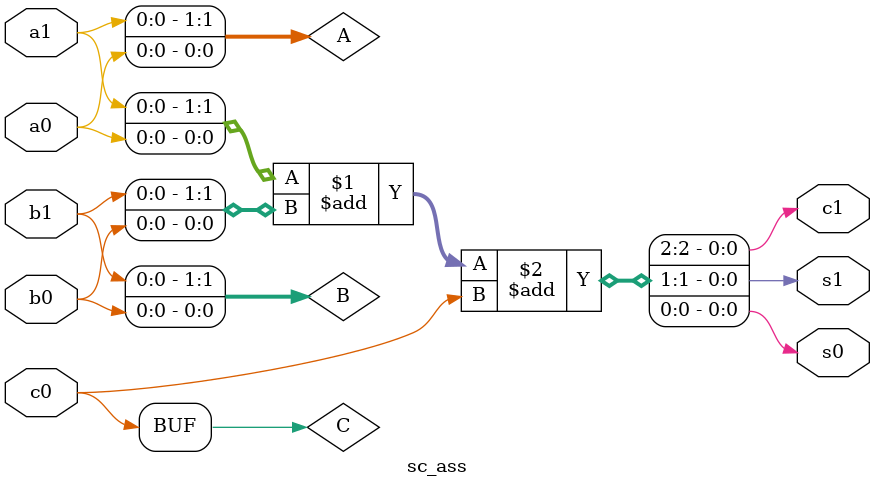
<source format=v>
`timescale 1ns/1ns

module sc_ass(input a1 , a0 , b1 , b0 , c0 , output c1 , s1 , s0);
	reg [1:0] A, B;
	reg C;
	assign A = {a1 , a0};
	assign B = {b1 , b0};
	assign C = {c0};
	assign #104 {c1 , s1 , s0} = A + B + C;
endmodule

</source>
